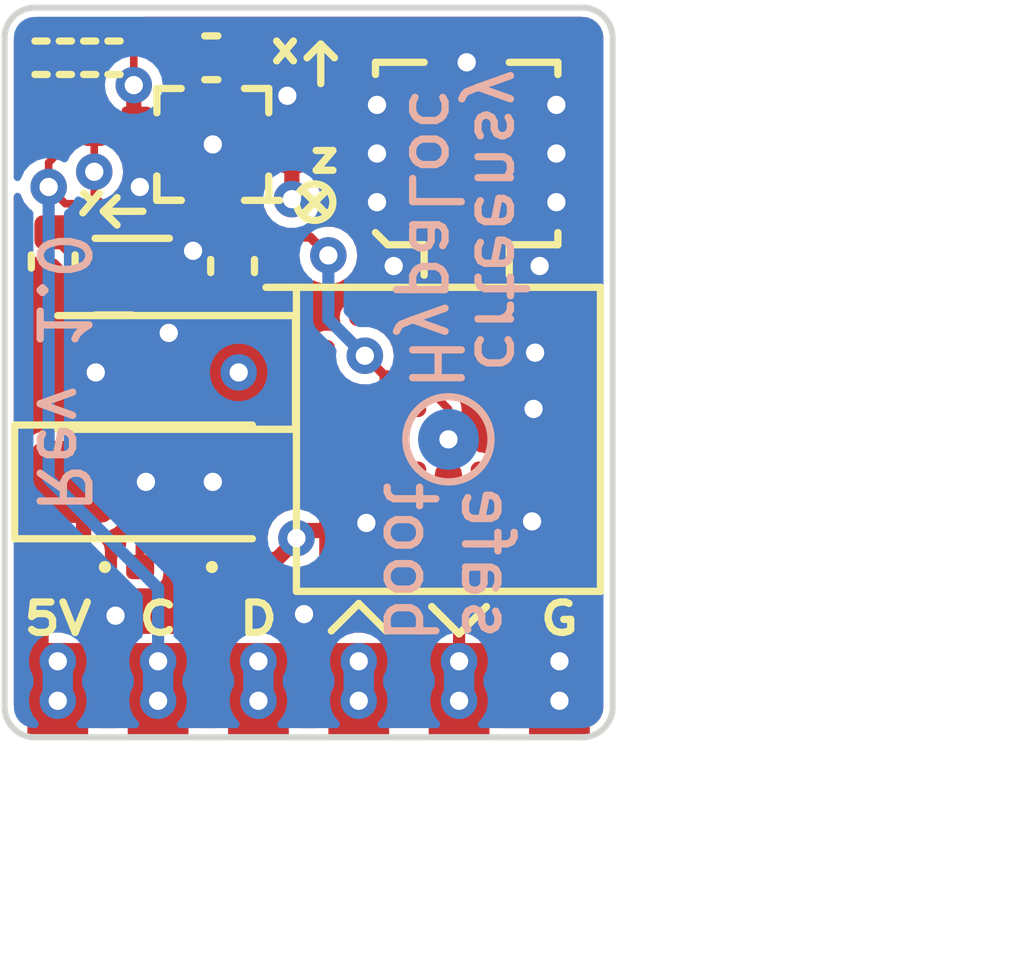
<source format=kicad_pcb>
(kicad_pcb (version 20211014) (generator pcbnew)
  (layers (0 "F.Cu" signal) (1 "In1.Cu" signal) (2 "In2.Cu" signal) (31 "B.Cu" signal) (34 "B.Paste" user) (35 "F.Paste" user) (36 "B.SilkS" user "B.Silkscreen") (37 "F.SilkS" user "F.Silkscreen") (38 "B.Mask" user) (39 "F.Mask" user) (44 "Edge.Cuts" user))
  (net 0 "")
  (net 1 "+5V")
  (net 2 "GND")
  (net 3 "+3V3")
  (net 4 "Net-(C5-Pad1)")
  (net 5 "Net-(D1-Pad2)")
  (net 6 "Net-(J1-Pad1)")
  (net 7 "SDA")
  (net 8 "SCL")
  (net 9 "Net-(TP1-Pad1)")
  (net 34 "GNSS_Tx")
  (net 35 "GNSS_Rx")
  (net 36 "Net-(U3-PadP$G9)")
  (net 37 "Net-(R1-Pad1)")
  (net 38 "Net-(D2-Pad2)")
  (footprint "Yolo-GPS:C_0201_0603Metric_mod" (layer "F.Cu") (at 104.1 109.15 180)
    (fp_text reference "C7" hide)
    (fp_text value "1u" hide)
    (pad "1" smd roundrect (at -0.3 0 180) (size 0.3 0.4) (layers "F.Cu" "F.Paste" "F.Mask") (net 3 "+3V3"))
    (pad "2" smd roundrect (at 0.3 0 180) (size 0.3 0.4) (layers "F.Cu" "F.Paste" "F.Mask") (net 2 "GND"))
  )
  (footprint "Capacitor_SMD:C_0402_1005Metric" (layer "F.Cu") (at 103.75 104.25 90)
    (fp_text reference "C2" hide)
    (fp_text value "1u" hide)
    (fp_line (start -0.107836 0.36) (end 0.107836 0.36) (layer "F.SilkS") (width 0.12))
    (fp_line (start -0.107836 -0.36) (end 0.107836 -0.36) (layer "F.SilkS") (width 0.12))
    (pad "1" smd roundrect (at -0.48 0 90) (size 0.56 0.62) (layers "F.Cu" "F.Paste" "F.Mask") (net 3 "+3V3"))
    (pad "2" smd roundrect (at 0.48 0 90) (size 0.56 0.62) (layers "F.Cu" "F.Paste" "F.Mask") (net 2 "GND"))
  )
  (footprint "Connector_Coaxial:U.FL_Molex_MCRF_73412-0110_Vertical" (layer "F.Cu") (at 107.6 102.4)
    (fp_text reference "J1" hide)
    (fp_text value "Ant" hide)
    (fp_line (start -1.5 -1.3) (end -1.5 -1.5) (layer "F.SilkS") (width 0.12))
    (fp_line (start 1.5 1.5) (end 0.7 1.5) (layer "F.SilkS") (width 0.12))
    (fp_line (start 0.7 1.5) (end 0.7 2) (layer "F.SilkS") (width 0.12))
    (fp_line (start 1.5 -1.5) (end 1.5 -1.3) (layer "F.SilkS") (width 0.12))
    (fp_line (start 1.5 1.3) (end 1.5 1.5) (layer "F.SilkS") (width 0.12))
    (fp_line (start -0.7 1.5) (end -0.7 2) (layer "F.SilkS") (width 0.12))
    (fp_line (start 0.7 -1.5) (end 1.5 -1.5) (layer "F.SilkS") (width 0.12))
    (fp_line (start -1.3 1.5) (end -1.5 1.3) (layer "F.SilkS") (width 0.12))
    (fp_line (start -0.7 1.5) (end -1.3 1.5) (layer "F.SilkS") (width 0.12))
    (fp_line (start -1.5 -1.5) (end -0.7 -1.5) (layer "F.SilkS") (width 0.12))
    (pad "1" smd rect (at 0 1.5) (size 1 1) (layers "F.Cu" "F.Paste" "F.Mask") (net 6 "Net-(J1-Pad1)"))
    (pad "2" smd rect (at 0 -1.5) (size 1 1) (layers "F.Cu" "F.Paste" "F.Mask") (net 2 "GND"))
    (pad "2" smd rect (at 1.475 0) (size 1.05 2.2) (layers "F.Cu" "F.Paste" "F.Mask") (net 2 "GND"))
    (pad "2" smd rect (at -1.475 0) (size 1.05 2.2) (layers "F.Cu" "F.Paste" "F.Mask") (net 2 "GND"))
  )
  (footprint "LED_SMD:LED_0201_0603Metric" (layer "F.Cu") (at 102.55 109.2 180)
    (fp_text reference "D1" hide)
    (fp_text value "green" hide)
    (fp_circle (center -0.86 0) (end -0.81 0) (layer "F.SilkS") (width 0.1) (fill none))
    (pad "1" smd roundrect (at -0.32 0 180) (size 0.46 0.4) (layers "F.Cu" "F.Mask") (net 2 "GND"))
    (pad "2" smd roundrect (at 0.32 0 180) (size 0.46 0.4) (layers "F.Cu" "F.Mask") (net 5 "Net-(D1-Pad2)"))
  )
  (footprint "Yolo-GPS:pad_1x1.5" (layer "F.Cu") (at 107.475 111.2)
    (fp_text reference "TP5" hide)
    (fp_text value "GNSS_Tx" hide)
    (pad "1" smd rect locked (at 0 0) (size 1 1.5) (layers "F.Cu" "F.Mask") (net 34 "GNSS_Tx"))
  )
  (footprint "Yolo-GPS:ZOE-M8" (layer "F.Cu") (at 107.3 107.1)
    (fp_text reference "U3" hide)
    (fp_text value "ZOE-M8Q" hide)
    (fp_line (start -3 -2.5) (end 2.5 -2.5) (layer "F.SilkS") (width 0.12))
    (fp_line (start -2.5 2.5) (end -2.5 -2.5) (layer "F.SilkS") (width 0.12))
    (fp_line (start -2.5 2.5) (end 2.5 2.5) (layer "F.SilkS") (width 0.12))
    (fp_line (start 2.5 -2.5) (end 2.5 2.5) (layer "F.SilkS") (width 0.12))
    (pad "P$2E1" smd circle locked (at -2 0 180) (size 0.27 0.27) (layers "F.Cu" "F.Paste" "F.Mask"))
    (pad "P$A1" smd circle locked (at -2 -2 180) (size 0.27 0.27) (layers "F.Cu" "F.Paste" "F.Mask") (net 2 "GND"))
    (pad "P$A2" smd circle locked (at -1.5 -2 180) (size 0.27 0.27) (layers "F.Cu" "F.Paste" "F.Mask"))
    (pad "P$A3" smd circle locked (at -1 -2 180) (size 0.27 0.27) (layers "F.Cu" "F.Paste" "F.Mask") (net 2 "GND"))
    (pad "P$A4" smd circle locked (at -0.5 -2 180) (size 0.27 0.27) (layers "F.Cu" "F.Paste" "F.Mask") (net 6 "Net-(J1-Pad1)"))
    (pad "P$A5" smd circle locked (at 0 -2) (size 0.27 0.27) (layers "F.Cu" "F.Paste" "F.Mask") (net 2 "GND"))
    (pad "P$A6" smd circle locked (at 0.5 -2 90) (size 0.27 0.27) (layers "F.Cu" "F.Paste" "F.Mask"))
    (pad "P$A7" smd circle locked (at 1 -2 90) (size 0.27 0.27) (layers "F.Cu" "F.Paste" "F.Mask") (net 2 "GND"))
    (pad "P$A8" smd circle locked (at 1.5 -2 180) (size 0.27 0.27) (layers "F.Cu" "F.Paste" "F.Mask") (net 2 "GND"))
    (pad "P$A9" smd circle locked (at 2 -2 180) (size 0.27 0.27) (layers "F.Cu" "F.Paste" "F.Mask") (net 2 "GND"))
    (pad "P$B1" smd circle locked (at -2 -1.5 180) (size 0.27 0.27) (layers "F.Cu" "F.Paste" "F.Mask"))
    (pad "P$B9" smd circle locked (at 2 -1.5 180) (size 0.27 0.27) (layers "F.Cu" "F.Paste" "F.Mask") (net 2 "GND"))
    (pad "P$C1" smd circle locked (at -2 -1 180) (size 0.27 0.27) (layers "F.Cu" "F.Paste" "F.Mask"))
    (pad "P$C3" smd circle locked (at -1 -1 180) (size 0.27 0.27) (layers "F.Cu" "F.Paste" "F.Mask") (net 37 "Net-(R1-Pad1)"))
    (pad "P$C4" smd circle locked (at -0.5 -1 180) (size 0.27 0.27) (layers "F.Cu" "F.Paste" "F.Mask") (net 9 "Net-(TP1-Pad1)"))
    (pad "P$C5" smd circle locked (at 0 -1 180) (size 0.27 0.27) (layers "F.Cu" "F.Paste" "F.Mask"))
    (pad "P$C6" smd circle locked (at 0.5 -1 180) (size 0.27 0.27) (layers "F.Cu" "F.Paste" "F.Mask"))
    (pad "P$C7" smd circle locked (at 1 -1 180) (size 0.27 0.27) (layers "F.Cu" "F.Paste" "F.Mask") (net 2 "GND"))
    (pad "P$C9" smd circle locked (at 2 -1 180) (size 0.27 0.27) (layers "F.Cu" "F.Paste" "F.Mask") (net 2 "GND"))
    (pad "P$D1" smd circle locked (at -2 -0.5 180) (size 0.27 0.27) (layers "F.Cu" "F.Paste" "F.Mask"))
    (pad "P$D3" smd circle locked (at -1 -0.5 180) (size 0.27 0.27) (layers "F.Cu" "F.Paste" "F.Mask"))
    (pad "P$D4" smd circle locked (at -0.5 -0.5 180) (size 0.27 0.27) (layers "F.Cu" "F.Paste" "F.Mask"))
    (pad "P$D6" smd circle locked (at 0.5 -0.5 180) (size 0.27 0.27) (layers "F.Cu" "F.Paste" "F.Mask") (net 2 "GND"))
    (pad "P$D9" smd circle locked (at 2 -0.5 180) (size 0.27 0.27) (layers "F.Cu" "F.Paste" "F.Mask") (net 2 "GND"))
    (pad "P$E3" smd circle locked (at -1 0 180) (size 0.27 0.27) (layers "F.Cu" "F.Paste" "F.Mask"))
    (pad "P$E7" smd circle locked (at 1 0 180) (size 0.27 0.27) (layers "F.Cu" "F.Paste" "F.Mask") (net 2 "GND"))
    (pad "P$E9" smd circle locked (at 2 0 180) (size 0.27 0.27) (layers "F.Cu" "F.Paste" "F.Mask"))
    (pad "P$F1" smd circle locked (at -2 0.5 180) (size 0.27 0.27) (layers "F.Cu" "F.Paste" "F.Mask"))
    (pad "P$F3" smd circle locked (at -1 0.5 180) (size 0.27 0.27) (layers "F.Cu" "F.Paste" "F.Mask"))
    (pad "P$F4" smd circle locked (at -0.5 0.5 180) (size 0.27 0.27) (layers "F.Cu" "F.Paste" "F.Mask"))
    (pad "P$F6" smd circle locked (at 0.5 0.5 180) (size 0.27 0.27) (layers "F.Cu" "F.Paste" "F.Mask"))
    (pad "P$F7" smd circle locked (at 1 0.5 180) (size 0.27 0.27) (layers "F.Cu" "F.Paste" "F.Mask") (net 2 "GND"))
    (pad "P$F9" smd circle locked (at 2 0.5 180) (size 0.27 0.27) (layers "F.Cu" "F.Paste" "F.Mask"))
    (pad "P$G1" smd circle locked (at -2 1 180) (size 0.27 0.27) (layers "F.Cu" "F.Paste" "F.Mask") (net 3 "+3V3"))
    (pad "P$G3" smd circle locked (at -1 1 180) (size 0.27 0.27) (layers "F.Cu" "F.Paste" "F.Mask") (net 2 "GND"))
    (pad "P$G4" smd circle locked (at -0.5 1 180) (size 0.27 0.27) (layers "F.Cu" "F.Paste" "F.Mask"))
    (pad "P$G5" smd circle locked (at 0 1 180) (size 0.27 0.27) (layers "F.Cu" "F.Paste" "F.Mask"))
    (pad "P$G6" smd circle locked (at 0.5 1 180) (size 0.27 0.27) (layers "F.Cu" "F.Paste" "F.Mask") (net 2 "GND"))
    (pad "P$G7" smd circle locked (at 1 1 180) (size 0.27 0.27) (layers "F.Cu" "F.Paste" "F.Mask") (net 2 "GND"))
    (pad "P$G9" smd circle locked (at 2 1 180) (size 0.27 0.27) (layers "F.Cu" "F.Paste" "F.Mask") (net 36 "Net-(U3-PadP$G9)"))
    (pad "P$H1" smd circle locked (at -2 1.5 180) (size 0.27 0.27) (layers "F.Cu" "F.Paste" "F.Mask") (net 3 "+3V3"))
    (pad "P$H9" smd circle locked (at 2 1.5 180) (size 0.27 0.27) (layers "F.Cu" "F.Paste" "F.Mask") (net 36 "Net-(U3-PadP$G9)"))
    (pad "P$J1" smd circle locked (at -2 2 180) (size 0.27 0.27) (layers "F.Cu" "F.Paste" "F.Mask") (net 3 "+3V3"))
    (pad "P$J2" smd circle locked (at -1.5 2 180) (size 0.27 0.27) (layers "F.Cu" "F.Paste" "F.Mask") (net 3 "+3V3"))
    (pad "P$J3" smd circle locked (at -1 2 180) (size 0.27 0.27) (layers "F.Cu" "F.Paste" "F.Mask") (net 2 "GND"))
    (pad "P$J4" smd circle locked (at -0.5 2 180) (size 0.27 0.27) (layers "F.Cu" "F.Paste" "F.Mask") (net 35 "GNSS_Rx"))
    (pad "P$J5" smd circle locked (at 0 2 180) (size 0.27 0.27) (layers "F.Cu" "F.Paste" "F.Mask") (net 34 "GNSS_Tx"))
    (pad "P$J6" smd circle locked (at 0.5 2 180) (size 0.27 0.27) (layers "F.Cu" "F.Paste" "F.Mask"))
    (pad "P$J7" smd circle locked (at 1 2 180) (size 0.27 0.27) (layers "F.Cu" "F.Paste" "F.Mask"))
    (pad "P$J8" smd circle locked (at 1.5 2 180) (size 0.27 0.27) (layers "F.Cu" "F.Paste" "F.Mask"))
    (pad "P$J9" smd circle locked (at 2 2 180) (size 0.27 0.27) (layers "F.Cu" "F.Paste" "F.Mask") (net 2 "GND"))
  )
  (footprint "Capacitor_SMD:C_0402_1005Metric" (layer "F.Cu") (at 103.4 100.825)
    (fp_text reference "C5" hide)
    (fp_text value "4u7" hide)
    (fp_line (start -0.107836 -0.36) (end 0.107836 -0.36) (layer "F.SilkS") (width 0.12))
    (fp_line (start -0.107836 0.36) (end 0.107836 0.36) (layer "F.SilkS") (width 0.12))
    (pad "1" smd roundrect (at -0.48 0) (size 0.56 0.62) (layers "F.Cu" "F.Paste" "F.Mask") (net 4 "Net-(C5-Pad1)"))
    (pad "2" smd roundrect (at 0.48 0) (size 0.56 0.62) (layers "F.Cu" "F.Paste" "F.Mask") (net 2 "GND"))
  )
  (footprint "Yolo-GPS:R_0201_0603Metric_mod" (layer "F.Cu") (at 100.825 101.825 -90)
    (fp_text reference "R3" hide)
    (fp_text value "2k7" hide)
    (pad "1" smd roundrect (at -0.3 0 270) (size 0.3 0.4) (layers "F.Cu" "F.Paste" "F.Mask") (net 3 "+3V3"))
    (pad "2" smd roundrect (at 0.3 0 270) (size 0.3 0.4) (layers "F.Cu" "F.Paste" "F.Mask") (net 8 "SCL"))
  )
  (footprint "Yolo-GPS:pad_1x1.5" (layer "F.Cu") (at 102.525 111.2)
    (fp_text reference "TP4" hide)
    (fp_text value "SCL" hide)
    (pad "1" smd rect locked (at 0 0) (size 1 1.5) (layers "F.Cu" "F.Mask") (net 8 "SCL"))
  )
  (footprint "Yolo-GPS:C_0201_0603Metric_mod" (layer "F.Cu") (at 102.125 102.075 -90)
    (fp_text reference "C4" hide)
    (fp_text value "1u" hide)
    (pad "1" smd roundrect (at -0.3 0 270) (size 0.3 0.4) (layers "F.Cu" "F.Paste" "F.Mask") (net 3 "+3V3"))
    (pad "2" smd roundrect (at 0.3 0 270) (size 0.3 0.4) (layers "F.Cu" "F.Paste" "F.Mask") (net 2 "GND"))
  )
  (footprint "Yolo-GPS:D_SOD-932F_0402_1005Metric" (layer "F.Cu") (at 100.95 109.2 180)
    (fp_text reference "D2" hide)
    (fp_text value "CDBQC0130L-HF" hide)
    (fp_circle (center -0.7 0) (end -0.65 0) (layer "F.SilkS") (width 0.1) (fill none))
    (pad "1" smd roundrect (at -0.35 0 180) (size 0.4 0.7) (layers "F.Cu" "F.Paste" "F.Mask") (net 1 "+5V"))
    (pad "2" smd roundrect (at 0.35 0 180) (size 0.4 0.7) (layers "F.Cu" "F.Paste" "F.Mask") (net 38 "Net-(D2-Pad2)"))
  )
  (footprint "Yolo-GPS:pad_1x1.5" (layer "F.Cu") (at 109.125 111.2)
    (fp_text reference "TP7" hide)
    (fp_text value "Gnd" hide)
    (pad "1" smd rect locked (at 0 0) (size 1 1.5) (layers "F.Cu" "F.Mask") (net 2 "GND"))
  )
  (footprint "Yolo-GPS:BGA-12_4x4_1.6x1.6mm" (layer "F.Cu") (at 103.425 102.25 180)
    (fp_text reference "U2" hide)
    (fp_text value "MMC3416xPJ" hide)
    (fp_line (start -0.52 0.92) (end -0.92 0.92) (layer "F.SilkS") (width 0.12))
    (fp_line (start -1.1 -0.92) (end -0.52 -0.92) (layer "F.SilkS") (width 0.12))
    (fp_line (start 0.92 -0.92) (end 0.92 -0.52) (layer "F.SilkS") (width 0.12))
    (fp_line (start 0.52 0.92) (end 0.92 0.92) (layer "F.SilkS") (width 0.12))
    (fp_line (start 0.92 -0.92) (end 0.92 -0.52) (layer "F.SilkS") (width 0.12))
    (fp_line (start 0.52 -0.92) (end 0.92 -0.92) (layer "F.SilkS") (width 0.12))
    (fp_line (start 0.52 -0.92) (end 0.92 -0.92) (layer "F.SilkS") (width 0.12))
    (fp_line (start 0.92 -0.92) (end 0.92 -0.52) (layer "F.SilkS") (width 0.12))
    (fp_line (start -0.92 0.92) (end -0.92 0.52) (layer "F.SilkS") (width 0.12))
    (fp_line (start 0.92 0.92) (end 0.92 0.52) (layer "F.SilkS") (width 0.12))
    (fp_line (start 0.52 -0.92) (end 0.92 -0.92) (layer "F.SilkS") (width 0.12))
    (fp_line (start -0.92 -0.52) (end -0.92 -0.92) (layer "F.SilkS") (width 0.12))
    (pad "1" smd circle (at -0.6 -0.6 180) (size 0.27 0.27) (layers "F.Cu" "F.Paste" "F.Mask"))
    (pad "2" smd circle (at -0.2 -0.6 180) (size 0.27 0.27) (layers "F.Cu" "F.Paste" "F.Mask"))
    (pad "3" smd circle (at 0.2 -0.6 180) (size 0.27 0.27) (layers "F.Cu" "F.Paste" "F.Mask") (net 8 "SCL"))
    (pad "4" smd circle (at 0.6 -0.6 180) (size 0.27 0.27) (layers "F.Cu" "F.Paste" "F.Mask") (net 7 "SDA"))
    (pad "5" smd circle (at 0.6 -0.2 180) (size 0.27 0.27) (layers "F.Cu" "F.Paste" "F.Mask"))
    (pad "6" smd circle (at 0.6 0.2 180) (size 0.27 0.27) (layers "F.Cu" "F.Paste" "F.Mask") (net 3 "+3V3"))
    (pad "7" smd circle (at 0.6 0.6 180) (size 0.27 0.27) (layers "F.Cu" "F.Paste" "F.Mask"))
    (pad "8" smd circle (at 0.2 0.6 180) (size 0.27 0.27) (layers "F.Cu" "F.Paste" "F.Mask") (net 4 "Net-(C5-Pad1)"))
    (pad "9" smd circle (at -0.2 0.6 180) (size 0.27 0.27) (layers "F.Cu" "F.Paste" "F.Mask"))
    (pad "10" smd circle (at -0.6 0.6 180) (size 0.27 0.27) (layers "F.Cu" "F.Paste" "F.Mask"))
    (pad "11" smd circle (at -0.6 0.2 180) (size 0.27 0.27) (layers "F.Cu" "F.Paste" "F.Mask") (net 2 "GND"))
    (pad "12" smd circle (at -0.6 -0.2 180) (size 0.27 0.27) (layers "F.Cu" "F.Paste" "F.Mask") (net 3 "+3V3"))
  )
  (footprint "Yolo-GPS:pad_1x1.5" (layer "F.Cu") (at 104.175 111.2)
    (fp_text reference "TP3" hide)
    (fp_text value "SDA" hide)
    (pad "1" smd rect locked (at 0 0) (size 1 1.5) (layers "F.Cu" "F.Mask") (net 7 "SDA"))
  )
  (footprint "Capacitor_Tantalum_SMD:CP_EIA-3216-18_Kemet-A" (layer "F.Cu") (at 102.475 107.8)
    (fp_text reference "C6" hide)
    (fp_text value "100u" hide)
    (fp_line (start -2.31 -0.935) (end -2.31 0.935) (layer "F.SilkS") (width 0.12))
    (fp_line (start -2.31 0.935) (end 1.6 0.935) (layer "F.SilkS") (width 0.12))
    (fp_line (start 1.6 -0.935) (end -2.31 -0.935) (layer "F.SilkS") (width 0.12))
    (pad "1" smd roundrect (at -1.35 0) (size 1.4 1.35) (layers "F.Cu" "F.Paste" "F.Mask") (roundrect_rratio 0.1851851852) (net 1 "+5V"))
    (pad "2" smd roundrect (at 1.35 0) (size 1.4 1.35) (layers "F.Cu" "F.Paste" "F.Mask") (roundrect_rratio 0.1851851852) (net 2 "GND"))
  )
  (footprint "Yolo-GPS:R_0201_0603Metric_mod" (layer "F.Cu") (at 101.475 101.825 -90)
    (fp_text reference "R2" hide)
    (fp_text value "2k7" hide)
    (pad "1" smd roundrect (at -0.3 0 270) (size 0.3 0.4) (layers "F.Cu" "F.Paste" "F.Mask") (net 3 "+3V3"))
    (pad "2" smd roundrect (at 0.3 0 270) (size 0.3 0.4) (layers "F.Cu" "F.Paste" "F.Mask") (net 7 "SDA"))
  )
  (footprint "Yolo-GPS:R_0201_0603Metric_mod" (layer "F.Cu") (at 104.675 104.075 -90)
    (fp_text reference "R1" hide)
    (fp_text value "360R" hide)
    (pad "1" smd roundrect (at -0.3 0 270) (size 0.3 0.4) (layers "F.Cu" "F.Paste" "F.Mask") (net 37 "Net-(R1-Pad1)"))
    (pad "2" smd roundrect (at 0.3 0 270) (size 0.3 0.4) (layers "F.Cu" "F.Paste" "F.Mask") (net 5 "Net-(D1-Pad2)"))
  )
  (footprint "Yolo-GPS:pad_1x1.5" (layer "F.Cu") (at 105.825 111.2)
    (fp_text reference "TP6" hide)
    (fp_text value "GNSS_Rx" hide)
    (pad "1" smd rect locked (at 0 0) (size 1 1.5) (layers "F.Cu" "F.Mask") (net 35 "GNSS_Rx"))
  )
  (footprint "Yolo-GPS:pad_1x1.5" (layer "F.Cu") (at 100.875 111.2)
    (fp_text reference "TP2" hide)
    (fp_text value "Vin" hide)
    (pad "1" smd rect locked (at 0 0) (size 1 1.5) (layers "F.Cu" "F.Mask") (net 38 "Net-(D2-Pad2)"))
  )
  (footprint "Capacitor_Tantalum_SMD:CP_EIA-3216-18_Kemet-A" (layer "F.Cu") (at 102.475 106 180)
    (fp_text reference "C3" hide)
    (fp_text value "100u" hide)
    (fp_line (start -2.31 -0.935) (end -2.31 0.935) (layer "F.SilkS") (width 0.12))
    (fp_line (start 1.6 -0.935) (end -2.31 -0.935) (layer "F.SilkS") (width 0.12))
    (fp_line (start -2.31 0.935) (end 1.6 0.935) (layer "F.SilkS") (width 0.12))
    (pad "1" smd roundrect (at -1.35 0 180) (size 1.4 1.35) (layers "F.Cu" "F.Paste" "F.Mask") (roundrect_rratio 0.1851851852) (net 3 "+3V3"))
    (pad "2" smd roundrect (at 1.35 0 180) (size 1.4 1.35) (layers "F.Cu" "F.Paste" "F.Mask") (roundrect_rratio 0.1851851852) (net 2 "GND"))
  )
  (footprint "Capacitor_SMD:C_0402_1005Metric" (layer "F.Cu") (at 100.8 104.175 -90)
    (fp_text reference "C1" hide)
    (fp_text value "1u" hide)
    (fp_line (start -0.107836 0.36) (end 0.107836 0.36) (layer "F.SilkS") (width 0.12))
    (fp_line (start -0.107836 -0.36) (end 0.107836 -0.36) (layer "F.SilkS") (width 0.12))
    (pad "1" smd roundrect (at -0.48 0 270) (size 0.56 0.62) (layers "F.Cu" "F.Paste" "F.Mask") (net 1 "+5V"))
    (pad "2" smd roundrect (at 0.48 0 270) (size 0.56 0.62) (layers "F.Cu" "F.Paste" "F.Mask") (net 2 "GND"))
  )
  (footprint "Yolo-GPS:C_0201_0603Metric_mod" (layer "F.Cu") (at 104.725 102.275 90)
    (fp_text reference "C8" hide)
    (fp_text value "1u" hide)
    (pad "1" smd roundrect (at -0.3 0 90) (size 0.3 0.4) (layers "F.Cu" "F.Paste" "F.Mask") (net 3 "+3V3"))
    (pad "2" smd roundrect (at 0.3 0 90) (size 0.3 0.4) (layers "F.Cu" "F.Paste" "F.Mask") (net 2 "GND"))
  )
  (footprint "Yolo-GPS:OnSemi-XDFN-4-1EP_1x1mm_P0.65mm_EP0.52x0.52mm" (layer "F.Cu") (at 102.1 104.425 180)
    (fp_text reference "U1" hide)
    (fp_text value "NCP160xMX" hide)
    (fp_line (start 0.61 0.63) (end -0.61 0.63) (layer "F.SilkS") (width 0.12))
    (fp_line (start 0.61 -0.63) (end 0 -0.63) (layer "F.SilkS") (width 0.12))
    (pad "1" smd custom (at -0.54 -0.325 180) (size 0.22 0.25) (layers "F.Cu" "F.Paste" "F.Mask") (net 3 "+3V3") (options (clearance outline) (anchor rect)) (primitives (gr_poly (pts (xy 0.11 0.125) (xy 0.11 -0.125) (xy 0.36 -0.125)) (width 0) (fill yes))))
    (pad "2" smd custom (at -0.54 0.325 180) (size 0.22 0.25) (layers "F.Cu" "F.Paste" "F.Mask") (net 2 "GND") (options (clearance outline) (anchor rect)) (primitives (gr_poly (pts (xy 0.29 0.055) (xy 0.29 0.125) (xy 0.11 0.125) (xy 0.11 -0.125)) (width 0) (fill yes))))
    (pad "3" smd custom (at 0.54 0.325 180) (size 0.22 0.25) (layers "F.Cu" "F.Paste" "F.Mask") (net 1 "+5V") (options (clearance outline) (anchor rect)) (primitives (gr_poly (pts (xy -0.11 0.125) (xy -0.29 0.125) (xy -0.29 0.055) (xy -0.11 -0.125)) (width 0) (fill yes))))
    (pad "4" smd custom (at 0.54 -0.325 180) (size 0.22 0.25) (layers "F.Cu" "F.Paste" "F.Mask") (net 1 "+5V") (options (clearance outline) (anchor rect)) (primitives (gr_poly (pts (xy -0.11 0.125) (xy -0.29 -0.055) (xy -0.29 -0.125) (xy -0.11 -0.125)) (width 0) (fill yes))))
    (pad "5" smd rect (at 0 0 225) (size 0.52 0.52) (layers "F.Cu" "F.Paste" "F.Mask") (net 2 "GND"))
  )
  (footprint "TestPoint:TestPoint_Pad_D1.0mm" (layer "B.Cu") (at 107.3 107.1 180)
    (fp_text reference "TP1" hide)
    (fp_text value "TestPoint")
    (fp_circle (center 0 0) (end 0 -0.7) (layer "B.SilkS") (width 0.12) (fill none))
    (pad "1" smd circle (at 0 0 180) (size 1 1) (layers "B.Cu" "B.Mask") (net 9 "Net-(TP1-Pad1)"))
  )
  (gr_line (start 101.3 103.05) (end 101.425 103.175) (layer "F.SilkS") (width 0.12))
  (gr_line (start 101.3 101.1) (end 101.5 101.1) (layer "F.SilkS") (width 0.12))
  (gr_line (start 107.475 110.3) (end 107.925 109.85) (layer "F.SilkS") (width 0.12))
  (gr_line (start 101.625001 103.35) (end 101.850001 103.125) (layer "F.SilkS") (width 0.12))
  (gr_line (start 105.125 102.675) (end 105.4 102.675) (layer "F.SilkS") (width 0.12))
  (gr_line (start 100.7 100.55) (end 100.5 100.55) (layer "F.SilkS") (width 0.12))
  (gr_line (start 101.850001 103.575) (end 101.625001 103.35) (layer "F.SilkS") (width 0.12))
  (gr_line (start 100.9 101.1) (end 101.1 101.1) (layer "F.SilkS") (width 0.12))
  (gr_line (start 104.475 100.55) (end 104.75 100.875) (layer "F.SilkS") (width 0.12))
  (gr_line (start 101.7 100.55) (end 101.9 100.55) (layer "F.SilkS") (width 0.12))
  (gr_line (start 101.7 101.1) (end 101.9 101.1) (layer "F.SilkS") (width 0.12))
  (gr_line (start 105.125 102.35) (end 105.4 102.35) (layer "F.SilkS") (width 0.12))
  (gr_circle (center 105.1 103.2) (end 105.4 103.2) (layer "F.SilkS") (width 0.12) (fill none))
  (gr_line (start 104.975 100.825) (end 105.2 100.6) (layer "F.SilkS") (width 0.12))
  (gr_line (start 104.9 103.4) (end 105.3 103) (layer "F.SilkS") (width 0.12))
  (gr_line (start 101.3 100.55) (end 101.5 100.55) (layer "F.SilkS") (width 0.12))
  (gr_line (start 105.2 100.6) (end 105.425 100.825) (layer "F.SilkS") (width 0.12))
  (gr_line (start 104.475 100.875) (end 104.75 100.55) (layer "F.SilkS") (width 0.12))
  (gr_line (start 100.9 100.55) (end 101.1 100.55) (layer "F.SilkS") (width 0.12))
  (gr_line (start 105.375 110.25) (end 105.825 109.8) (layer "F.SilkS") (width 0.12))
  (gr_line (start 101.2875 103.375) (end 101.5625 103.05) (layer "F.SilkS") (width 0.12))
  (gr_line (start 105.2 100.6) (end 105.2 101.25) (layer "F.SilkS") (width 0.12))
  (gr_line (start 104.9 103) (end 105.3 103.4) (layer "F.SilkS") (width 0.12))
  (gr_line (start 107.475 110.3) (end 107.025 109.85) (layer "F.SilkS") (width 0.12))
  (gr_line (start 100.7 101.1) (end 100.5 101.1) (layer "F.SilkS") (width 0.12))
  (gr_line (start 106.275 110.25) (end 105.825 109.8) (layer "F.SilkS") (width 0.12))
  (gr_line (start 101.625001 103.35) (end 102.275 103.35) (layer "F.SilkS") (width 0.12))
  (gr_line (start 105.125 102.675) (end 105.4 102.35) (layer "F.SilkS") (width 0.12))
  (gr_arc (start 109.999999 111.5) (mid 109.853553 111.853553) (end 109.5 111.999999) (layer "Edge.Cuts") (width 0.1))
  (gr_line (start 100.000001 111.5) (end 100.000001 100.5) (layer "Edge.Cuts") (width 0.1))
  (gr_line (start 109.5 111.999999) (end 100.5 111.999999) (layer "Edge.Cuts") (width 0.1))
  (gr_arc (start 109.5 100) (mid 109.853553 100.146447) (end 110 100.5) (layer "Edge.Cuts") (width 0.1))
  (gr_line (start 110 100.5) (end 109.999999 111.5) (layer "Edge.Cuts") (width 0.1))
  (gr_arc (start 100.000001 100.5) (mid 100.146447 100.146447) (end 100.5 100.000001) (layer "Edge.Cuts") (width 0.1))
  (gr_arc (start 100.5 111.999999) (mid 100.146447 111.853553) (end 100.000001 111.5) (layer "Edge.Cuts") (width 0.1))
  (gr_line (start 100.5 100.000001) (end 109.5 100) (layer "Edge.Cuts") (width 0.1))
  (gr_text "Rev 1.0" (at 100.95 106 -90) (layer "B.SilkS") (effects (font (size 0.8 0.8) (thickness 0.12)) (justify mirror)))
  (gr_text "safe\nboot\n" (at 107.3 109.125 -90) (layer "B.SilkS") (effects (font (size 0.8 0.8) (thickness 0.12)) (justify mirror)))
  (gr_text "HypaLoc" (at 107.075 103.8 -90) (layer "B.SilkS") (effects (font (size 0.8 0.8) (thickness 0.12)) (justify mirror)))
  (gr_text "crteensy" (at 108.15 103.5 -90) (layer "B.SilkS") (effects (font (size 0.8 0.8) (thickness 0.12)) (justify mirror)))
  (gr_text "G" (at 109.125 110.05) (layer "F.SilkS") (effects (font (size 0.5 0.6) (thickness 0.12))))
  (gr_text "D" (at 104.175 110.05) (layer "F.SilkS") (effects (font (size 0.5 0.6) (thickness 0.12))))
  (gr_text "C" (at 102.525 110.05) (layer "F.SilkS") (effects (font (size 0.5 0.6) (thickness 0.12))))
  (gr_text "5V" (at 100.875 110.05) (layer "F.SilkS") (effects (font (size 0.5 0.6) (thickness 0.12))))
  (segment (start 101.56 104.1) (end 101.475 104.1) (width 0.25) (layer "F.Cu") (net 1))
  (segment (start 101.6 104.75) (end 102.1 105.25) (width 0.25) (layer "F.Cu") (net 1))
  (segment (start 101.205 104.1) (end 100.8 103.695) (width 0.25) (layer "F.Cu") (net 1))
  (segment (start 102.1 106.825) (end 101.125 107.8) (width 0.25) (layer "F.Cu") (net 1))
  (segment (start 101.475 104.665) (end 101.475 104.1) (width 0.25) (layer "F.Cu") (net 1))
  (segment (start 101.3 107.975) (end 101.125 107.8) (width 0.25) (layer "F.Cu") (net 1))
  (segment (start 101.475 104.1) (end 101.205 104.1) (width 0.25) (layer "F.Cu") (net 1))
  (segment (start 101.56 104.75) (end 101.6 104.75) (width 0.25) (layer "F.Cu") (net 1))
  (segment (start 102.1 105.25) (end 102.1 106.825) (width 0.25) (layer "F.Cu") (net 1))
  (segment (start 101.3 109.2) (end 101.3 107.975) (width 0.25) (layer "F.Cu") (net 1))
  (segment (start 101.56 104.75) (end 101.475 104.665) (width 0.25) (layer "F.Cu") (net 1))
  (segment (start 102.125 102.85) (end 102.125 102.395) (width 0.15) (layer "F.Cu") (net 2))
  (segment (start 103.1 104) (end 103.52 104) (width 0.15) (layer "F.Cu") (net 2))
  (segment (start 102.74 104) (end 102.64 104.1) (width 0.15) (layer "F.Cu") (net 2))
  (segment (start 102.1 104.425) (end 102.25 104.275) (width 0.15) (layer "F.Cu") (net 2))
  (segment (start 102.465 104.275) (end 102.64 104.1) (width 0.15) (layer "F.Cu") (net 2))
  (segment (start 102.25 104.275) (end 102.465 104.275) (width 0.15) (layer "F.Cu") (net 2))
  (segment (start 102.225 102.95) (end 102.125 102.85) (width 0.15) (layer "F.Cu") (net 2))
  (segment (start 103.52 104) (end 103.75 103.77) (width 0.15) (layer "F.Cu") (net 2))
  (segment (start 104.55 101.45) (end 103.925 100.825) (width 0.15) (layer "F.Cu") (net 2))
  (segment (start 103.925 100.825) (end 103.88 100.825) (width 0.15) (layer "F.Cu") (net 2))
  (segment (start 103.1 104) (end 102.74 104) (width 0.15) (layer "F.Cu") (net 2))
  (segment (start 104.65 101.45) (end 104.55 101.45) (width 0.15) (layer "F.Cu") (net 2))
  (via (at 105.95 108.475) (size 0.6) (drill 0.3) (layers "F.Cu" "B.Cu") (net 2))
  (via (at 101.5 106) (size 0.6) (drill 0.3) (layers "F.Cu" "B.Cu") (net 2))
  (via (at 102.325 107.8) (size 0.6) (drill 0.3) (layers "F.Cu" "B.Cu") (net 2))
  (via (at 109.075 101.6) (size 0.6) (drill 0.3) (layers "F.Cu" "B.Cu") (net 2))
  (via (at 109.075 103.2) (size 0.6) (drill 0.3) (layers "F.Cu" "B.Cu") (net 2))
  (via (at 101.825 110) (size 0.6) (drill 0.3) (layers "F.Cu" "B.Cu") (net 2))
  (via (at 106.4 104.25) (size 0.6) (drill 0.3) (layers "F.Cu" "B.Cu") (net 2))
  (via (at 102.7 105.35) (size 0.6) (drill 0.3) (layers "F.Cu" "B.Cu") (net 2))
  (via (at 109.075 102.4) (size 0.6) (drill 0.3) (layers "F.Cu" "B.Cu") (net 2))
  (via (at 106.125 103.2) (size 0.6) (drill 0.3) (layers "F.Cu" "B.Cu") (net 2))
  (via (at 109.125 111.4) (size 0.6) (drill 0.3) (layers "F.Cu" "B.Cu") (net 2))
  (via (at 107.6 100.9) (size 0.6) (drill 0.3) (layers "F.Cu" "B.Cu") (net 2))
  (via (at 106.125 101.6) (size 0.6) (drill 0.3) (layers "F.Cu" "B.Cu") (net 2))
  (via (at 102.225 102.95) (size 0.6) (drill 0.3) (layers "F.Cu" "B.Cu") (net 2))
  (via (at 108.7 106.6) (size 0.6) (drill 0.3) (layers "F.Cu" "B.Cu") (net 2))
  (via (at 108.725 105.675) (size 0.6) (drill 0.3) (layers "F.Cu" "B.Cu") (net 2))
  (via (at 103.1 104) (size 0.6) (drill 0.3) (layers "F.Cu" "B.Cu") (net 2))
  (via (at 108.8 104.25) (size 0.6) (drill 0.3) (layers "F.Cu" "B.Cu") (net 2))
  (via (at 103.425 102.25) (size 0.6) (drill 0.3) (layers "F.Cu" "B.Cu") (net 2))
  (via (at 109.125 110.75) (size 0.6) (drill 0.3) (layers "F.Cu" "B.Cu") (net 2))
  (via (at 104.65 101.45) (size 0.6) (drill 0.3) (layers "F.Cu" "B.Cu") (net 2))
  (via (at 104.925 109.975) (size 0.6) (drill 0.3) (layers "F.Cu" "B.Cu") (net 2))
  (via (at 108.675 108.45) (size 0.6) (drill 0.3) (layers "F.Cu" "B.Cu") (net 2))
  (via (at 103.425 107.8) (size 0.6) (drill 0.3) (layers "F.Cu" "B.Cu") (net 2))
  (via (at 106.125 102.4) (size 0.6) (drill 0.3) (layers "F.Cu" "B.Cu") (net 2))
  (segment (start 101.475 101.525) (end 101.5 101.5) (width 0.125) (layer "F.Cu") (net 3))
  (segment (start 104.025 102.45) (end 104.6 102.45) (width 0.25) (layer "F.Cu") (net 3))
  (segment (start 101.5 101.5) (end 101.5 100.425) (width 0.125) (layer "F.Cu") (net 3))
  (segment (start 102.125 100.425) (end 102.125 101.275) (width 0.125) (layer "F.Cu") (net 3))
  (segment (start 105.8 109.1) (end 105.3 109.1) (width 0.25) (layer "F.Cu") (net 3))
  (segment (start 104.725 102.575) (end 104.725 103.15) (width 0.25) (layer "F.Cu") (net 3))
  (segment (start 102.33 101.755) (end 102.625 102.05) (width 0.25) (layer "F.Cu") (net 3))
  (segment (start 104.6 102.45) (end 104.725 102.575) (width 0.25) (layer "F.Cu") (net 3))
  (segment (start 102.625 102.05) (end 102.825 102.05) (width 0.25) (layer "F.Cu") (net 3))
  (segment (start 102.64 104.75) (end 103.73 104.75) (width 0.25) (layer "F.Cu") (net 3))
  (segment (start 105.3 108.6) (end 105.3 109.1) (width 0.25) (layer "F.Cu") (net 3))
  (segment (start 104.8 108.75) (end 104.4 109.15) (width 0.25) (layer "F.Cu") (net 3))
  (segment (start 102.125 101.755) (end 102.33 101.755) (width 0.25) (layer "F.Cu") (net 3))
  (segment (start 104.8 108.725) (end 104.8 108.75) (width 0.25) (layer "F.Cu") (net 3))
  (segment (start 102.125 100.425) (end 101.5 100.425) (width 0.125) (layer "F.Cu") (net 3))
  (segment (start 103.75 105.9) (end 103.85 106) (width 0.25) (layer "F.Cu") (net 3))
  (segment (start 104.925 108.6) (end 104.8 108.725) (width 0.25) (layer "F.Cu") (net 3))
  (segment (start 100.825 101.525) (end 100.825 100.425) (width 0.125) (layer "F.Cu") (net 3))
  (segment (start 102.125 101.275) (end 102.125 101.775) (width 0.25) (layer "F.Cu") (net 3))
  (segment (start 103.73 104.75) (end 103.75 104.73) (width 0.25) (layer "F.Cu") (net 3))
  (segment (start 105.3 108.1) (end 105.3 108.6) (width 0.25) (layer "F.Cu") (net 3))
  (segment (start 101.5 100.425) (end 100.825 100.425) (width 0.125) (layer "F.Cu") (net 3))
  (segment (start 103.75 104.73) (end 103.75 105.9) (width 0.25) (layer "F.Cu") (net 3))
  (segment (start 105.3 108.6) (end 104.925 108.6) (width 0.25) (layer "F.Cu") (net 3))
  (via (at 102.125 101.275) (size 0.6) (drill 0.3) (layers "F.Cu" "B.Cu") (net 3))
  (via (at 104.8 108.725) (size 0.6) (drill 0.3) (layers "F.Cu" "B.Cu") (net 3))
  (via (at 103.85 106) (size 0.6) (drill 0.3) (layers "F.Cu" "B.Cu") (net 3))
  (via (at 104.725 103.15) (size 0.6) (drill 0.3) (layers "F.Cu" "B.Cu") (net 3))
  (segment (start 103.225 101.65) (end 103.225 101.13) (width 0.25) (layer "F.Cu") (net 4))
  (segment (start 103.225 101.13) (end 102.92 100.825) (width 0.25) (layer "F.Cu") (net 4))
  (segment (start 104.45 106.9) (end 103.2 106.9) (width 0.15) (layer "F.Cu") (net 5))
  (segment (start 104.675 104.975) (end 104.725 105.025) (width 0.15) (layer "F.Cu") (net 5))
  (segment (start 104.725 106.625) (end 104.45 106.9) (width 0.15) (layer "F.Cu") (net 5))
  (segment (start 104.725 105.025) (end 104.725 106.625) (width 0.15) (layer "F.Cu") (net 5))
  (segment (start 102.875 108.15) (end 102.23 108.795) (width 0.15) (layer "F.Cu") (net 5))
  (segment (start 104.675 104.375) (end 104.675 104.975) (width 0.15) (layer "F.Cu") (net 5))
  (segment (start 103.2 106.9) (end 102.875 107.225) (width 0.15) (layer "F.Cu") (net 5))
  (segment (start 102.23 108.795) (end 102.23 109.2) (width 0.15) (layer "F.Cu") (net 5))
  (segment (start 102.875 107.225) (end 102.875 108.15) (width 0.15) (layer "F.Cu") (net 5))
  (segment (start 106.8 105.1) (end 106.8 104.7) (width 0.27) (layer "F.Cu") (net 6))
  (segment (start 106.8 104.7) (end 107.6 103.9) (width 0.27) (layer "F.Cu") (net 6))
  (segment (start 101.475 102.7) (end 101.475 102.125) (width 0.125) (layer "F.Cu") (net 7))
  (segment (start 102.825 102.85) (end 102.825 103.15) (width 0.125) (layer "F.Cu") (net 7))
  (segment (start 101.475 103.1) (end 101.475 102.7) (width 0.125) (layer "F.Cu") (net 7))
  (segment (start 102.45 103.525) (end 101.9 103.525) (width 0.125) (layer "F.Cu") (net 7))
  (segment (start 102.825 103.15) (end 102.45 103.525) (width 0.125) (layer "F.Cu") (net 7))
  (segment (start 101.9 103.525) (end 101.475 103.1) (width 0.125) (layer "F.Cu") (net 7))
  (via (at 101.475 102.7) (size 0.6) (drill 0.3) (layers "F.Cu" "B.Cu") (net 7))
  (via (at 104.175 111.4) (size 0.6) (drill 0.3) (layers "F.Cu" "B.Cu") (net 7))
  (via (at 104.175 110.75) (size 0.6) (drill 0.3) (layers "F.Cu" "B.Cu") (net 7))
  (segment (start 104.175 111.4) (end 104.175 110.75) (width 0.5) (layer "B.Cu") (net 7))
  (segment (start 100.725 102.95) (end 100.725 102.55) (width 0.125) (layer "F.Cu") (net 8))
  (segment (start 102.5625 103.775) (end 101.675 103.775) (width 0.125) (layer "F.Cu") (net 8))
  (segment (start 100.725 102.55) (end 100.825 102.45) (width 0.125) (layer "F.Cu") (net 8))
  (segment (start 101 103.225) (end 100.725 102.95) (width 0.125) (layer "F.Cu") (net 8))
  (segment (start 100.825 102.45) (end 100.825 102.125) (width 0.125) (layer "F.Cu") (net 8))
  (segment (start 101.675 103.775) (end 101.125 103.225) (width 0.125) (layer "F.Cu") (net 8))
  (segment (start 103.225 102.85) (end 103.225 103.1125) (width 0.125) (layer "F.Cu") (net 8))
  (segment (start 101.125 103.225) (end 101 103.225) (width 0.125) (layer "F.Cu") (net 8))
  (segment (start 103.225 103.1125) (end 102.5625 103.775) (width 0.125) (layer "F.Cu") (net 8))
  (via (at 102.525 110.75) (size 0.6) (drill 0.3) (layers "F.Cu" "B.Cu") (net 8))
  (via (at 102.525 111.4) (size 0.6) (drill 0.3) (layers "F.Cu" "B.Cu") (net 8))
  (via (at 100.725 102.95) (size 0.6) (drill 0.3) (layers "F.Cu" "B.Cu") (net 8))
  (segment (start 102.525 111.4) (end 102.525 110.75) (width 0.5) (layer "B.Cu") (net 8))
  (segment (start 100.725 107.75) (end 102.525 109.55) (width 0.2) (layer "B.Cu") (net 8))
  (segment (start 102.525 109.55) (end 102.525 110.75) (width 0.2) (layer "B.Cu") (net 8))
  (segment (start 100.725 102.95) (end 100.725 107.75) (width 0.2) (layer "B.Cu") (net 8))
  (segment (start 107.3 106.6) (end 106.8 106.1) (width 0.125) (layer "F.Cu") (net 9))
  (segment (start 107.3 107.1) (end 107.3 106.6) (width 0.125) (layer "F.Cu") (net 9))
  (via (at 107.3 107.1) (size 0.6) (drill 0.3) (layers "F.Cu" "B.Cu") (net 9))
  (segment (start 107.3 109.1) (end 107.3 109.975) (width 0.2) (layer "F.Cu") (net 34))
  (segment (start 107.3 109.975) (end 107.475 110.15) (width 0.2) (layer "F.Cu") (net 34))
  (segment (start 107.475 110.15) (end 107.475 110.75) (width 0.2) (layer "F.Cu") (net 34))
  (via (at 107.475 110.75) (size 0.6) (drill 0.3) (layers "F.Cu" "B.Cu") (net 34))
  (via (at 107.475 111.4) (size 0.6) (drill 0.3) (layers "F.Cu" "B.Cu") (net 34))
  (segment (start 107.475 111.4) (end 107.475 110.75) (width 0.5) (layer "B.Cu") (net 34))
  (segment (start 106.8 109.975) (end 106.025 110.75) (width 0.2) (layer "F.Cu") (net 35))
  (segment (start 106.8 109.1) (end 106.8 109.975) (width 0.2) (layer "F.Cu") (net 35))
  (segment (start 106.025 110.75) (end 105.825 110.75) (width 0.2) (layer "F.Cu") (net 35))
  (via (at 105.825 111.4) (size 0.6) (drill 0.3) (layers "F.Cu" "B.Cu") (net 35))
  (via (at 105.825 110.75) (size 0.6) (drill 0.3) (layers "F.Cu" "B.Cu") (net 35))
  (segment (start 105.825 111.4) (end 105.825 110.75) (width 0.5) (layer "B.Cu") (net 35))
  (segment (start 109.3 108.1) (end 109.3 108.6) (width 0.125) (layer "F.Cu") (net 36))
  (segment (start 105.025 103.775) (end 104.675 103.775) (width 0.15) (layer "F.Cu") (net 37))
  (segment (start 105.925 105.725) (end 106.3 106.1) (width 0.15) (layer "F.Cu") (net 37))
  (segment (start 105.325 104.075) (end 105.025 103.775) (width 0.15) (layer "F.Cu") (net 37))
  (via (at 105.325 104.075) (size 0.6) (drill 0.3) (layers "F.Cu" "B.Cu") (net 37))
  (via (at 105.925 105.725) (size 0.6) (drill 0.3) (layers "F.Cu" "B.Cu") (net 37))
  (segment (start 105.325 105.125) (end 105.925 105.725) (width 0.2) (layer "B.Cu") (net 37))
  (segment (start 105.325 104.075) (end 105.325 105.125) (width 0.2) (layer "B.Cu") (net 37))
  (segment (start 100.6 109.2) (end 100.6 110.75) (width 0.25) (layer "F.Cu") (net 38))
  (segment (start 100.6 110.75) (end 100.875 110.75) (width 0.25) (layer "F.Cu") (net 38))
  (via (at 100.875 111.4) (size 0.6) (drill 0.3) (layers "F.Cu" "B.Cu") (net 38))
  (via (at 100.875 110.75) (size 0.6) (drill 0.3) (layers "F.Cu" "B.Cu") (net 38))
  (segment (start 100.875 111.4) (end 100.875 110.75) (width 0.5) (layer "B.Cu") (net 38))
  (zone (net 2) (net_name "GND") (layer "F.Cu") (connect_pads yes (clearance 0.15)) (min_thickness 0.125) (fill yes (thermal_gap 0.508) (thermal_bridge_width 0.508))
    (polygon (pts (xy 110 112) (xy 100 112) (xy 100 100) (xy 110 100)))
  )
  (zone (net 2) (net_name "GND") (layers "In1.Cu" "B.Cu") (connect_pads no (clearance 0.15)) (min_thickness 0.125) (fill yes (thermal_gap 0.508) (thermal_bridge_width 0.508))
    (polygon (pts (xy 110 112) (xy 100 112) (xy 100 100) (xy 110 100)))
  )
)
</source>
